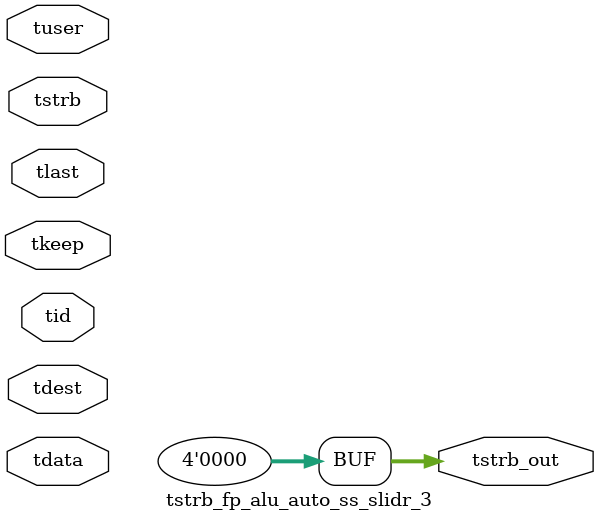
<source format=v>


`timescale 1ps/1ps

module tstrb_fp_alu_auto_ss_slidr_3 #
(
parameter C_S_AXIS_TDATA_WIDTH = 32,
parameter C_S_AXIS_TUSER_WIDTH = 0,
parameter C_S_AXIS_TID_WIDTH   = 0,
parameter C_S_AXIS_TDEST_WIDTH = 0,
parameter C_M_AXIS_TDATA_WIDTH = 32
)
(
input  [(C_S_AXIS_TDATA_WIDTH == 0 ? 1 : C_S_AXIS_TDATA_WIDTH)-1:0     ] tdata,
input  [(C_S_AXIS_TUSER_WIDTH == 0 ? 1 : C_S_AXIS_TUSER_WIDTH)-1:0     ] tuser,
input  [(C_S_AXIS_TID_WIDTH   == 0 ? 1 : C_S_AXIS_TID_WIDTH)-1:0       ] tid,
input  [(C_S_AXIS_TDEST_WIDTH == 0 ? 1 : C_S_AXIS_TDEST_WIDTH)-1:0     ] tdest,
input  [(C_S_AXIS_TDATA_WIDTH/8)-1:0 ] tkeep,
input  [(C_S_AXIS_TDATA_WIDTH/8)-1:0 ] tstrb,
input                                                                    tlast,
output [(C_M_AXIS_TDATA_WIDTH/8)-1:0 ] tstrb_out
);

assign tstrb_out = {1'b0};

endmodule


</source>
